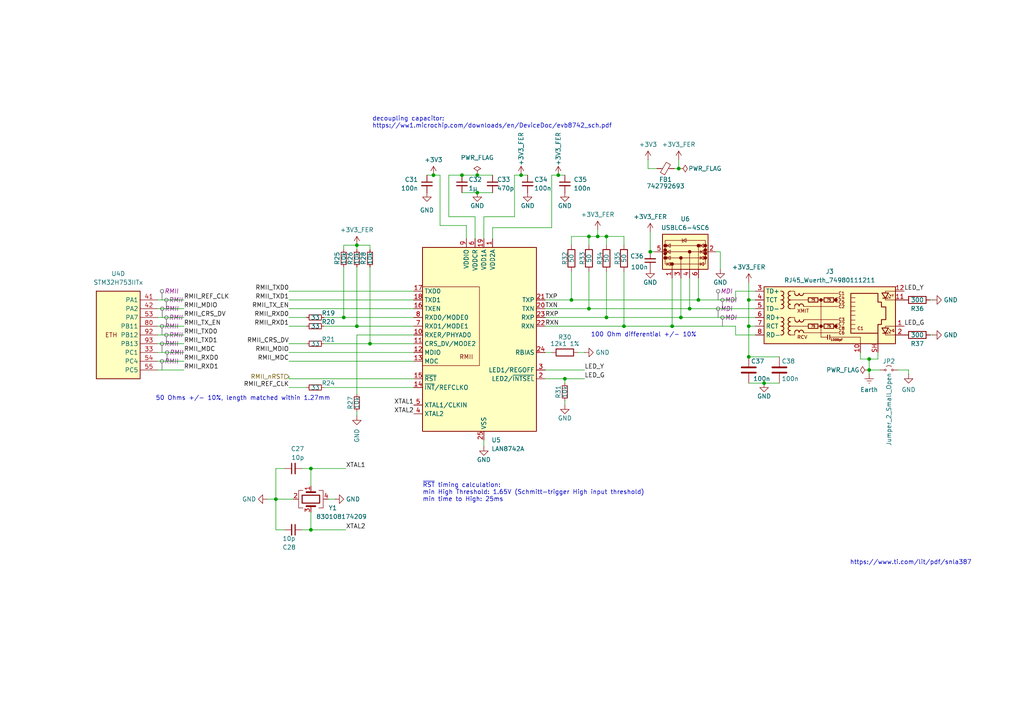
<source format=kicad_sch>
(kicad_sch
	(version 20250114)
	(generator "eeschema")
	(generator_version "9.0")
	(uuid "646f0ec7-69cc-4f42-8786-19ce68dbe63b")
	(paper "A4")
	
	(text "https://www.ti.com/lit/pdf/snla387"
		(exclude_from_sim no)
		(at 264.16 163.195 0)
		(effects
			(font
				(size 1.27 1.27)
			)
		)
		(uuid "07355253-d57a-4889-91b8-64d92046556e")
	)
	(text "~{RST} timing calculation:\nmin High Threshold: 1.65V (Schmitt-trigger High input threshold)\nmin time to High: 25ms"
		(exclude_from_sim no)
		(at 122.555 142.875 0)
		(effects
			(font
				(size 1.27 1.27)
			)
			(justify left)
		)
		(uuid "647e5c24-9002-4bcb-9253-b89a1429e58f")
	)
	(text "50 Ohms +/- 10%, length matched within 1.27mm"
		(exclude_from_sim no)
		(at 70.485 115.57 0)
		(effects
			(font
				(size 1.27 1.27)
			)
		)
		(uuid "87c95337-b4e4-4486-8203-c41b42b73555")
	)
	(text "decoupling capacitor:\nhttps://ww1.microchip.com/downloads/en/DeviceDoc/evb8742_sch.pdf"
		(exclude_from_sim no)
		(at 107.95 35.56 0)
		(effects
			(font
				(size 1.27 1.27)
			)
			(justify left)
		)
		(uuid "8daae0bb-64e3-4fc9-80ff-1c40c2265636")
	)
	(text "100 Ohm differential +/- 10%"
		(exclude_from_sim no)
		(at 186.69 97.155 0)
		(effects
			(font
				(size 1.27 1.27)
			)
		)
		(uuid "91dfeb50-624f-42c9-afcf-757a0abe0581")
	)
	(junction
		(at 196.85 48.895)
		(diameter 0)
		(color 0 0 0 0)
		(uuid "049ee6f0-edd9-4de9-9d41-d67b7d7371c4")
	)
	(junction
		(at 252.095 107.315)
		(diameter 0)
		(color 0 0 0 0)
		(uuid "0a4dc002-a1a1-4420-82d9-0f8650ef61be")
	)
	(junction
		(at 163.83 109.855)
		(diameter 0)
		(color 0 0 0 0)
		(uuid "1b0dfb70-1ae2-419b-8562-dfad3b9b2ec1")
	)
	(junction
		(at 103.505 94.615)
		(diameter 0)
		(color 0 0 0 0)
		(uuid "2035bcc3-7426-4bcb-8edc-fae5b3357d94")
	)
	(junction
		(at 151.13 50.8)
		(diameter 0)
		(color 0 0 0 0)
		(uuid "2647d42f-9872-4cd1-b370-3dd4abad0ecf")
	)
	(junction
		(at 202.565 86.995)
		(diameter 0)
		(color 0 0 0 0)
		(uuid "31b34c5c-feb7-4343-a199-c34c4443428d")
	)
	(junction
		(at 180.975 94.615)
		(diameter 0)
		(color 0 0 0 0)
		(uuid "365a1506-233c-4ff0-95cc-7f7a59db9742")
	)
	(junction
		(at 194.945 94.615)
		(diameter 0)
		(color 0 0 0 0)
		(uuid "4369633a-7c55-4b23-8849-c208281a6526")
	)
	(junction
		(at 165.735 86.995)
		(diameter 0)
		(color 0 0 0 0)
		(uuid "463d78f6-9a6e-4f37-93c6-b49793c12db1")
	)
	(junction
		(at 161.925 50.8)
		(diameter 0)
		(color 0 0 0 0)
		(uuid "4d300525-7eec-4176-997d-066554a55c5b")
	)
	(junction
		(at 221.615 111.125)
		(diameter 0)
		(color 0 0 0 0)
		(uuid "5f43df96-af99-4f70-af0c-81c21162083a")
	)
	(junction
		(at 217.17 86.995)
		(diameter 0)
		(color 0 0 0 0)
		(uuid "608c3ba2-14a8-4f9c-8522-bde368058f20")
	)
	(junction
		(at 80.01 144.78)
		(diameter 0)
		(color 0 0 0 0)
		(uuid "787f373f-9e88-4948-aee8-3d2848b59e9a")
	)
	(junction
		(at 175.895 92.075)
		(diameter 0)
		(color 0 0 0 0)
		(uuid "7fe16ac2-7ca3-4751-a581-5dcb8a6c92fd")
	)
	(junction
		(at 200.025 89.535)
		(diameter 0)
		(color 0 0 0 0)
		(uuid "9475dafa-ebc7-4881-a820-06306bb84810")
	)
	(junction
		(at 125.73 50.8)
		(diameter 0)
		(color 0 0 0 0)
		(uuid "96e1967a-2115-41a7-88e9-acfb9aa5adde")
	)
	(junction
		(at 217.17 103.505)
		(diameter 0)
		(color 0 0 0 0)
		(uuid "9beb3c46-0a2f-4454-ac89-62302ac3b4b6")
	)
	(junction
		(at 99.695 92.075)
		(diameter 0)
		(color 0 0 0 0)
		(uuid "a19ea777-a0c8-4300-8c9c-2eff811d80a8")
	)
	(junction
		(at 173.355 68.58)
		(diameter 0)
		(color 0 0 0 0)
		(uuid "aae18f9d-4e04-46ce-b266-d0e944fa6fe0")
	)
	(junction
		(at 103.505 71.12)
		(diameter 0)
		(color 0 0 0 0)
		(uuid "abafef1c-2e60-46e4-a8ae-5d7767c8353f")
	)
	(junction
		(at 90.17 135.89)
		(diameter 0)
		(color 0 0 0 0)
		(uuid "aebe97b2-90e8-4de5-ae36-1e13702e691f")
	)
	(junction
		(at 217.17 94.615)
		(diameter 0)
		(color 0 0 0 0)
		(uuid "b9cce664-a30d-45fa-9a00-8b22b82def88")
	)
	(junction
		(at 170.815 89.535)
		(diameter 0)
		(color 0 0 0 0)
		(uuid "c3700580-2003-4b1e-b1bb-6f518b3b860f")
	)
	(junction
		(at 107.315 99.695)
		(diameter 0)
		(color 0 0 0 0)
		(uuid "d39b6d90-3daf-408a-85ef-31f5d5d58189")
	)
	(junction
		(at 170.815 68.58)
		(diameter 0)
		(color 0 0 0 0)
		(uuid "dbd60596-381e-4027-a0e0-5a70fa2bfffb")
	)
	(junction
		(at 197.485 92.075)
		(diameter 0)
		(color 0 0 0 0)
		(uuid "e4de4d00-0894-47cf-b7f6-1c71ac9dd439")
	)
	(junction
		(at 175.895 68.58)
		(diameter 0)
		(color 0 0 0 0)
		(uuid "e67fad01-e732-47db-8c6b-05e5527967e6")
	)
	(junction
		(at 138.43 50.8)
		(diameter 0)
		(color 0 0 0 0)
		(uuid "eb5b30ac-37b3-4752-9ec5-cabbd714e075")
	)
	(junction
		(at 188.595 73.025)
		(diameter 0)
		(color 0 0 0 0)
		(uuid "f00bcc62-17d4-4f90-8f03-15fd4a6927a5")
	)
	(junction
		(at 90.17 153.67)
		(diameter 0)
		(color 0 0 0 0)
		(uuid "f671a679-fe35-4bcb-8fc5-8cfb555ede48")
	)
	(junction
		(at 138.43 55.88)
		(diameter 0)
		(color 0 0 0 0)
		(uuid "f7882165-b142-422f-b8b9-e7dd0618ad3f")
	)
	(junction
		(at 133.985 50.8)
		(diameter 0)
		(color 0 0 0 0)
		(uuid "f8fde5d8-42bd-473d-8f11-6dac1d9074ab")
	)
	(junction
		(at 252.095 104.14)
		(diameter 0)
		(color 0 0 0 0)
		(uuid "fe636ced-f702-4712-8005-0b89218216b5")
	)
	(wire
		(pts
			(xy 217.17 111.125) (xy 221.615 111.125)
		)
		(stroke
			(width 0)
			(type default)
		)
		(uuid "00144ff2-1693-4af6-869b-7e0a6c94bd1c")
	)
	(wire
		(pts
			(xy 160.02 50.8) (xy 160.02 66.04)
		)
		(stroke
			(width 0)
			(type default)
		)
		(uuid "01affafa-6033-4662-b39b-b9bf66857308")
	)
	(wire
		(pts
			(xy 80.01 144.78) (xy 77.47 144.78)
		)
		(stroke
			(width 0)
			(type default)
		)
		(uuid "01ba70ec-75c3-48c2-bdc1-3082c9c1ff85")
	)
	(wire
		(pts
			(xy 263.525 108.585) (xy 263.525 107.315)
		)
		(stroke
			(width 0)
			(type default)
		)
		(uuid "06da63f1-7d48-4675-bf23-6154b3e6b7ac")
	)
	(wire
		(pts
			(xy 170.815 68.58) (xy 173.355 68.58)
		)
		(stroke
			(width 0)
			(type default)
		)
		(uuid "08911034-c627-4506-90df-866254fed377")
	)
	(wire
		(pts
			(xy 188.595 73.025) (xy 189.865 73.025)
		)
		(stroke
			(width 0)
			(type default)
		)
		(uuid "0af78097-134e-4eab-8e4d-2b17537b0a86")
	)
	(wire
		(pts
			(xy 103.505 71.12) (xy 103.505 72.39)
		)
		(stroke
			(width 0)
			(type default)
		)
		(uuid "0d4f2b73-4153-4178-a506-1e102a676c5a")
	)
	(wire
		(pts
			(xy 173.355 68.58) (xy 175.895 68.58)
		)
		(stroke
			(width 0)
			(type default)
		)
		(uuid "0fccca0a-4dda-4e18-8f4f-5693216504e8")
	)
	(wire
		(pts
			(xy 170.815 78.74) (xy 170.815 89.535)
		)
		(stroke
			(width 0)
			(type default)
		)
		(uuid "15301487-0332-4c24-87d6-9ebe513c5aa8")
	)
	(wire
		(pts
			(xy 180.975 78.74) (xy 180.975 94.615)
		)
		(stroke
			(width 0)
			(type default)
		)
		(uuid "16d55de7-d73b-4de9-a28a-2ad1512f7552")
	)
	(wire
		(pts
			(xy 173.355 66.675) (xy 173.355 68.58)
		)
		(stroke
			(width 0)
			(type default)
		)
		(uuid "20e0de63-6e19-4287-9b59-e7006fd03ea4")
	)
	(wire
		(pts
			(xy 165.735 71.12) (xy 165.735 68.58)
		)
		(stroke
			(width 0)
			(type default)
		)
		(uuid "2125a24a-c2df-4b5f-9ce4-1ba7ca1ac7f3")
	)
	(wire
		(pts
			(xy 217.17 94.615) (xy 219.075 94.615)
		)
		(stroke
			(width 0)
			(type default)
		)
		(uuid "220e8c9f-eddd-4d41-b867-0777ab93f49f")
	)
	(wire
		(pts
			(xy 45.72 92.075) (xy 53.34 92.075)
		)
		(stroke
			(width 0)
			(type default)
		)
		(uuid "23d2efb4-7bcc-48a4-909b-bbd3d05a2745")
	)
	(wire
		(pts
			(xy 158.115 94.615) (xy 180.975 94.615)
		)
		(stroke
			(width 0)
			(type default)
		)
		(uuid "2654fbbe-d5a5-49a7-96c1-e5d3d9cbd202")
	)
	(wire
		(pts
			(xy 103.505 97.155) (xy 103.505 114.3)
		)
		(stroke
			(width 0)
			(type default)
		)
		(uuid "26b370ea-f94a-4cc7-8796-34563f511ab4")
	)
	(wire
		(pts
			(xy 83.82 92.075) (xy 88.9 92.075)
		)
		(stroke
			(width 0)
			(type default)
		)
		(uuid "28e1c6e0-596e-45fc-a2ae-dfd4218dcc2b")
	)
	(wire
		(pts
			(xy 125.73 50.8) (xy 127.635 50.8)
		)
		(stroke
			(width 0)
			(type default)
		)
		(uuid "290a9c70-f7fb-4e52-9ec5-3c44da9fa8bb")
	)
	(wire
		(pts
			(xy 127.635 65.405) (xy 135.255 65.405)
		)
		(stroke
			(width 0)
			(type default)
		)
		(uuid "29531760-dd99-46ec-b090-373b73def878")
	)
	(wire
		(pts
			(xy 93.98 92.075) (xy 99.695 92.075)
		)
		(stroke
			(width 0)
			(type default)
		)
		(uuid "2b2480a8-a9e9-4d94-a36d-49898046089b")
	)
	(wire
		(pts
			(xy 45.72 104.775) (xy 53.34 104.775)
		)
		(stroke
			(width 0)
			(type default)
		)
		(uuid "2d1889fb-b78d-46bc-9b9f-a77d13ac50da")
	)
	(wire
		(pts
			(xy 149.225 62.865) (xy 140.335 62.865)
		)
		(stroke
			(width 0)
			(type default)
		)
		(uuid "2da8ee30-603c-4699-bd2a-d6150ecec628")
	)
	(wire
		(pts
			(xy 45.72 102.235) (xy 53.34 102.235)
		)
		(stroke
			(width 0)
			(type default)
		)
		(uuid "2fcd5923-5415-4aa0-b1b2-2572d5169ef0")
	)
	(wire
		(pts
			(xy 213.36 97.155) (xy 213.36 94.615)
		)
		(stroke
			(width 0)
			(type default)
		)
		(uuid "303ec749-b4df-4895-af78-935caf4ffa85")
	)
	(wire
		(pts
			(xy 249.555 102.235) (xy 249.555 104.14)
		)
		(stroke
			(width 0)
			(type default)
		)
		(uuid "339e1b2d-bb9b-420b-8721-d254f6400d5d")
	)
	(wire
		(pts
			(xy 83.82 102.235) (xy 120.015 102.235)
		)
		(stroke
			(width 0)
			(type default)
		)
		(uuid "34208d06-6624-45f4-8759-b98580b4cab6")
	)
	(wire
		(pts
			(xy 83.82 94.615) (xy 88.9 94.615)
		)
		(stroke
			(width 0)
			(type default)
		)
		(uuid "3a18ed65-3736-42ee-a19e-d4fe4e0db912")
	)
	(wire
		(pts
			(xy 130.175 50.8) (xy 130.175 62.865)
		)
		(stroke
			(width 0)
			(type default)
		)
		(uuid "429cc455-908c-4731-9f3e-59cdf1306dda")
	)
	(wire
		(pts
			(xy 83.82 89.535) (xy 120.015 89.535)
		)
		(stroke
			(width 0)
			(type default)
		)
		(uuid "436c1e9b-5847-48e1-8461-50d0c76d4f4d")
	)
	(wire
		(pts
			(xy 163.83 109.855) (xy 158.115 109.855)
		)
		(stroke
			(width 0)
			(type default)
		)
		(uuid "43dae1d9-5de7-4a35-8a77-507e554c0068")
	)
	(wire
		(pts
			(xy 187.96 48.895) (xy 190.5 48.895)
		)
		(stroke
			(width 0)
			(type default)
		)
		(uuid "48a5b44a-d3cd-4119-adc8-7a67986557fb")
	)
	(wire
		(pts
			(xy 165.735 86.995) (xy 202.565 86.995)
		)
		(stroke
			(width 0)
			(type default)
		)
		(uuid "49a09884-c4f9-4fb9-af64-7c5e38ae0089")
	)
	(wire
		(pts
			(xy 175.895 92.075) (xy 197.485 92.075)
		)
		(stroke
			(width 0)
			(type default)
		)
		(uuid "4b7f8fc0-827f-4f00-b156-8f616aaebcf6")
	)
	(wire
		(pts
			(xy 194.945 94.615) (xy 213.36 94.615)
		)
		(stroke
			(width 0)
			(type default)
		)
		(uuid "4b84dd7b-806f-4ed2-9d62-df9122e4e6e6")
	)
	(wire
		(pts
			(xy 107.315 77.47) (xy 107.315 99.695)
		)
		(stroke
			(width 0)
			(type default)
		)
		(uuid "4bc5c759-75f0-40ef-a141-a41cb1f491fc")
	)
	(wire
		(pts
			(xy 175.895 78.74) (xy 175.895 92.075)
		)
		(stroke
			(width 0)
			(type default)
		)
		(uuid "4d5374fe-a43a-4c9b-b414-195fc28fb9b7")
	)
	(wire
		(pts
			(xy 82.55 153.67) (xy 80.01 153.67)
		)
		(stroke
			(width 0)
			(type default)
		)
		(uuid "4e385c0d-88cc-48c9-a4b5-aefeda986768")
	)
	(wire
		(pts
			(xy 133.985 55.88) (xy 138.43 55.88)
		)
		(stroke
			(width 0)
			(type default)
		)
		(uuid "522a4a19-7f4a-411b-b5a1-ed8003c0efd3")
	)
	(wire
		(pts
			(xy 83.82 86.995) (xy 120.015 86.995)
		)
		(stroke
			(width 0)
			(type default)
		)
		(uuid "52bf19ae-217a-4d6e-9ab1-0d2ab2ccf89a")
	)
	(wire
		(pts
			(xy 270.51 86.995) (xy 269.875 86.995)
		)
		(stroke
			(width 0)
			(type default)
		)
		(uuid "55698565-bacc-4261-aa34-18d5c76ebd76")
	)
	(wire
		(pts
			(xy 83.82 84.455) (xy 120.015 84.455)
		)
		(stroke
			(width 0)
			(type default)
		)
		(uuid "5937e630-c0ef-452a-b08d-abca98131ba2")
	)
	(wire
		(pts
			(xy 45.72 89.535) (xy 53.34 89.535)
		)
		(stroke
			(width 0)
			(type default)
		)
		(uuid "5e24a51b-7d35-445e-a28a-0a7f428dde79")
	)
	(wire
		(pts
			(xy 95.25 144.78) (xy 97.155 144.78)
		)
		(stroke
			(width 0)
			(type default)
		)
		(uuid "61508d60-da4b-43b3-894f-9d6e19fa150a")
	)
	(wire
		(pts
			(xy 103.505 97.155) (xy 120.015 97.155)
		)
		(stroke
			(width 0)
			(type default)
		)
		(uuid "61b320ff-404a-46cc-a700-a316d6f91a6b")
	)
	(wire
		(pts
			(xy 187.96 46.355) (xy 187.96 48.895)
		)
		(stroke
			(width 0)
			(type default)
		)
		(uuid "61d58686-f4f3-4cd0-9e72-c6599e6e60e5")
	)
	(wire
		(pts
			(xy 202.565 80.645) (xy 202.565 86.995)
		)
		(stroke
			(width 0)
			(type default)
		)
		(uuid "62d3a61c-f94d-4ec5-ae3c-b6b037886d47")
	)
	(wire
		(pts
			(xy 163.83 109.855) (xy 163.83 111.125)
		)
		(stroke
			(width 0)
			(type default)
		)
		(uuid "674f085f-fb53-4729-8e44-4201119212aa")
	)
	(wire
		(pts
			(xy 130.175 50.8) (xy 133.985 50.8)
		)
		(stroke
			(width 0)
			(type default)
		)
		(uuid "68f2f386-eb02-421e-a7d1-2f8fbe6da36d")
	)
	(wire
		(pts
			(xy 213.36 84.455) (xy 219.075 84.455)
		)
		(stroke
			(width 0)
			(type default)
		)
		(uuid "6afcbffe-476b-4748-95fe-8ea452c242cd")
	)
	(wire
		(pts
			(xy 45.72 99.695) (xy 53.34 99.695)
		)
		(stroke
			(width 0)
			(type default)
		)
		(uuid "6b66700f-6440-4a98-9ea2-912876cb0c86")
	)
	(wire
		(pts
			(xy 252.095 107.315) (xy 255.27 107.315)
		)
		(stroke
			(width 0)
			(type default)
		)
		(uuid "6c6c5d66-4a78-43a2-ad9f-8471ed731a0b")
	)
	(wire
		(pts
			(xy 180.975 68.58) (xy 180.975 71.12)
		)
		(stroke
			(width 0)
			(type default)
		)
		(uuid "6c972cd1-4da0-4615-aed0-1b0e67e4768a")
	)
	(wire
		(pts
			(xy 219.075 86.995) (xy 217.17 86.995)
		)
		(stroke
			(width 0)
			(type default)
		)
		(uuid "6e785828-3fe3-4bff-b9a6-2ec11b609e3c")
	)
	(wire
		(pts
			(xy 217.17 103.505) (xy 226.06 103.505)
		)
		(stroke
			(width 0)
			(type default)
		)
		(uuid "78aba207-eb8b-48e5-be39-c7b69e8a494c")
	)
	(wire
		(pts
			(xy 270.51 97.155) (xy 269.875 97.155)
		)
		(stroke
			(width 0)
			(type default)
		)
		(uuid "7bcc2f40-53e0-4560-bac4-206255dca4e5")
	)
	(wire
		(pts
			(xy 99.695 92.075) (xy 120.015 92.075)
		)
		(stroke
			(width 0)
			(type default)
		)
		(uuid "7c2481da-70c0-4909-862e-16149359c609")
	)
	(wire
		(pts
			(xy 133.985 50.8) (xy 138.43 50.8)
		)
		(stroke
			(width 0)
			(type default)
		)
		(uuid "7c97ce75-94c9-4b10-8262-850d8bbb3df6")
	)
	(wire
		(pts
			(xy 90.17 135.89) (xy 90.17 140.97)
		)
		(stroke
			(width 0)
			(type default)
		)
		(uuid "7ea64745-433b-4445-8340-fe5232f8e914")
	)
	(wire
		(pts
			(xy 93.98 112.395) (xy 120.015 112.395)
		)
		(stroke
			(width 0)
			(type default)
		)
		(uuid "7fbc9325-e968-4f74-9b93-5bd8d08d7e5f")
	)
	(wire
		(pts
			(xy 103.505 71.12) (xy 107.315 71.12)
		)
		(stroke
			(width 0)
			(type default)
		)
		(uuid "800530cc-c4d2-4a7e-91f0-76d71f148cbd")
	)
	(wire
		(pts
			(xy 169.545 107.315) (xy 158.115 107.315)
		)
		(stroke
			(width 0)
			(type default)
		)
		(uuid "812ff3f7-f076-40b5-8856-3a597416b7eb")
	)
	(wire
		(pts
			(xy 208.915 78.105) (xy 208.915 73.025)
		)
		(stroke
			(width 0)
			(type default)
		)
		(uuid "83ea4a83-a30c-48bd-9175-53b0aa084a6a")
	)
	(wire
		(pts
			(xy 99.695 77.47) (xy 99.695 92.075)
		)
		(stroke
			(width 0)
			(type default)
		)
		(uuid "871fb53c-fd13-4b02-abc0-fe5e27b7b0a5")
	)
	(wire
		(pts
			(xy 158.115 89.535) (xy 170.815 89.535)
		)
		(stroke
			(width 0)
			(type default)
		)
		(uuid "8a403cb8-dfd3-4ae5-be0f-3761e62ab178")
	)
	(wire
		(pts
			(xy 83.82 99.695) (xy 88.9 99.695)
		)
		(stroke
			(width 0)
			(type default)
		)
		(uuid "8a5a1edd-b612-4278-ace6-d9a58e952d76")
	)
	(wire
		(pts
			(xy 103.505 94.615) (xy 120.015 94.615)
		)
		(stroke
			(width 0)
			(type default)
		)
		(uuid "8bc3e9a0-e3c7-4ab7-81fe-5f240abc8e28")
	)
	(wire
		(pts
			(xy 208.915 73.025) (xy 207.645 73.025)
		)
		(stroke
			(width 0)
			(type default)
		)
		(uuid "8c28dfd6-f055-4f0f-bfd7-60187e203c7b")
	)
	(wire
		(pts
			(xy 169.545 109.855) (xy 163.83 109.855)
		)
		(stroke
			(width 0)
			(type default)
		)
		(uuid "8ded6cc0-737a-4c89-89a1-f1139eb4cc8e")
	)
	(wire
		(pts
			(xy 83.82 104.775) (xy 120.015 104.775)
		)
		(stroke
			(width 0)
			(type default)
		)
		(uuid "8e0b8178-31de-48d9-b9c1-9458379f8036")
	)
	(wire
		(pts
			(xy 197.485 80.645) (xy 197.485 92.075)
		)
		(stroke
			(width 0)
			(type default)
		)
		(uuid "8e687512-2e02-42e9-aa27-bf833b5e8bdc")
	)
	(wire
		(pts
			(xy 165.735 78.74) (xy 165.735 86.995)
		)
		(stroke
			(width 0)
			(type default)
		)
		(uuid "91da2b26-22a0-4542-b2ee-931d057c3727")
	)
	(wire
		(pts
			(xy 90.17 153.67) (xy 87.63 153.67)
		)
		(stroke
			(width 0)
			(type default)
		)
		(uuid "92bf7c38-400d-49d1-ad9d-4d9a6ce02c7c")
	)
	(wire
		(pts
			(xy 217.17 81.915) (xy 217.17 86.995)
		)
		(stroke
			(width 0)
			(type default)
		)
		(uuid "94478a99-c3c4-4e4c-a495-d24168655c5f")
	)
	(wire
		(pts
			(xy 127.635 50.8) (xy 127.635 65.405)
		)
		(stroke
			(width 0)
			(type default)
		)
		(uuid "94a1c5ba-7c20-4a13-9b87-f0fa0e9f28df")
	)
	(wire
		(pts
			(xy 254.635 102.235) (xy 254.635 104.14)
		)
		(stroke
			(width 0)
			(type default)
		)
		(uuid "952da97a-927e-4ca1-baaf-7ff4a88abfb2")
	)
	(wire
		(pts
			(xy 200.025 80.645) (xy 200.025 89.535)
		)
		(stroke
			(width 0)
			(type default)
		)
		(uuid "9548ff77-0a4c-4549-9c8e-d0fd9f1e6a40")
	)
	(wire
		(pts
			(xy 252.095 104.14) (xy 254.635 104.14)
		)
		(stroke
			(width 0)
			(type default)
		)
		(uuid "97f110a7-551f-4025-aabc-dea7c2b7dcd7")
	)
	(wire
		(pts
			(xy 249.555 104.14) (xy 252.095 104.14)
		)
		(stroke
			(width 0)
			(type default)
		)
		(uuid "984cd56c-c49f-48f8-aa4b-f552714fdc23")
	)
	(wire
		(pts
			(xy 45.72 107.315) (xy 53.34 107.315)
		)
		(stroke
			(width 0)
			(type default)
		)
		(uuid "9885e643-76f4-43fa-bcbf-55ff7c90248a")
	)
	(wire
		(pts
			(xy 80.01 135.89) (xy 82.55 135.89)
		)
		(stroke
			(width 0)
			(type default)
		)
		(uuid "9b556e72-6b69-440e-8dd6-395eced69758")
	)
	(wire
		(pts
			(xy 260.35 107.315) (xy 263.525 107.315)
		)
		(stroke
			(width 0)
			(type default)
		)
		(uuid "9cf1c10b-b647-46e8-a76f-84bc75175116")
	)
	(wire
		(pts
			(xy 200.025 89.535) (xy 219.075 89.535)
		)
		(stroke
			(width 0)
			(type default)
		)
		(uuid "9d3da8a4-f830-4814-ae63-5a93f6e6f974")
	)
	(wire
		(pts
			(xy 83.82 112.395) (xy 88.9 112.395)
		)
		(stroke
			(width 0)
			(type default)
		)
		(uuid "9d47613c-b2e9-47d4-b847-783c0eecfe36")
	)
	(wire
		(pts
			(xy 80.01 144.78) (xy 85.09 144.78)
		)
		(stroke
			(width 0)
			(type default)
		)
		(uuid "9e328c0b-b8d0-44c3-9502-a376eb60c70f")
	)
	(wire
		(pts
			(xy 195.58 48.895) (xy 196.85 48.895)
		)
		(stroke
			(width 0)
			(type default)
		)
		(uuid "9f77652f-e7f9-4d2e-9fd8-b7fed4b023d7")
	)
	(wire
		(pts
			(xy 45.72 97.155) (xy 53.34 97.155)
		)
		(stroke
			(width 0)
			(type default)
		)
		(uuid "a15bffc4-03ec-4494-b211-30b28e55de7c")
	)
	(wire
		(pts
			(xy 161.925 50.8) (xy 163.83 50.8)
		)
		(stroke
			(width 0)
			(type default)
		)
		(uuid "a1b019fd-8deb-484b-9046-8f51a332eb08")
	)
	(wire
		(pts
			(xy 100.33 135.89) (xy 90.17 135.89)
		)
		(stroke
			(width 0)
			(type default)
		)
		(uuid "a3ac8f3e-6ccb-4afa-b5be-fc8a54d1b5c3")
	)
	(wire
		(pts
			(xy 160.02 50.8) (xy 161.925 50.8)
		)
		(stroke
			(width 0)
			(type default)
		)
		(uuid "a6e42b82-5250-4794-aa1b-6a9d3cc2a740")
	)
	(wire
		(pts
			(xy 83.82 109.855) (xy 120.015 109.855)
		)
		(stroke
			(width 0)
			(type default)
		)
		(uuid "a7600a51-bba3-4568-95e4-a911a671451b")
	)
	(wire
		(pts
			(xy 153.035 50.8) (xy 151.13 50.8)
		)
		(stroke
			(width 0)
			(type default)
		)
		(uuid "a78d45b3-6f4b-40c8-b675-b373cdf2db95")
	)
	(wire
		(pts
			(xy 80.01 144.78) (xy 80.01 135.89)
		)
		(stroke
			(width 0)
			(type default)
		)
		(uuid "a80f71b5-806b-448e-8d71-c0fa43b87a80")
	)
	(wire
		(pts
			(xy 160.02 66.04) (xy 142.875 66.04)
		)
		(stroke
			(width 0)
			(type default)
		)
		(uuid "aca29c85-595d-4868-bff2-7837dc83bbb1")
	)
	(wire
		(pts
			(xy 175.895 68.58) (xy 175.895 71.12)
		)
		(stroke
			(width 0)
			(type default)
		)
		(uuid "acfd7b76-16dc-49f2-a48a-5c7cd1ce04e7")
	)
	(wire
		(pts
			(xy 45.72 86.995) (xy 53.34 86.995)
		)
		(stroke
			(width 0)
			(type default)
		)
		(uuid "ad8abd60-dcfd-4719-84a8-2aa3bb4d78e2")
	)
	(wire
		(pts
			(xy 100.33 153.67) (xy 90.17 153.67)
		)
		(stroke
			(width 0)
			(type default)
		)
		(uuid "adc8bd2c-37d6-4047-8788-f3094fbc5d11")
	)
	(wire
		(pts
			(xy 103.505 77.47) (xy 103.505 94.615)
		)
		(stroke
			(width 0)
			(type default)
		)
		(uuid "b147d74c-0249-49e5-ba86-6d63126ec931")
	)
	(wire
		(pts
			(xy 140.335 127.635) (xy 140.335 129.54)
		)
		(stroke
			(width 0)
			(type default)
		)
		(uuid "b15c7db4-bbd8-467f-ada9-e6ccec227f53")
	)
	(wire
		(pts
			(xy 217.17 94.615) (xy 217.17 103.505)
		)
		(stroke
			(width 0)
			(type default)
		)
		(uuid "b3b6295f-3bd7-4cb7-8d2f-5eb061c3ec6f")
	)
	(wire
		(pts
			(xy 196.85 46.355) (xy 196.85 48.895)
		)
		(stroke
			(width 0)
			(type default)
		)
		(uuid "b3eb0eee-b544-43cc-ac14-ef786a2e8e70")
	)
	(wire
		(pts
			(xy 123.825 50.8) (xy 125.73 50.8)
		)
		(stroke
			(width 0)
			(type default)
		)
		(uuid "b52cdca1-6194-43f7-a3da-9f51f82530cf")
	)
	(wire
		(pts
			(xy 45.72 94.615) (xy 53.34 94.615)
		)
		(stroke
			(width 0)
			(type default)
		)
		(uuid "b659373f-abac-4095-91b7-3cd134be45d6")
	)
	(wire
		(pts
			(xy 135.255 65.405) (xy 135.255 69.215)
		)
		(stroke
			(width 0)
			(type default)
		)
		(uuid "b9e03fb6-2f0c-4279-b9d4-c71f9ecc5acc")
	)
	(wire
		(pts
			(xy 197.485 92.075) (xy 219.075 92.075)
		)
		(stroke
			(width 0)
			(type default)
		)
		(uuid "bba6544d-7714-4872-8583-92941f4db7f0")
	)
	(wire
		(pts
			(xy 221.615 111.125) (xy 226.06 111.125)
		)
		(stroke
			(width 0)
			(type default)
		)
		(uuid "bbbb2aa4-d452-4a66-bb98-5d058a59c6cb")
	)
	(wire
		(pts
			(xy 170.815 89.535) (xy 200.025 89.535)
		)
		(stroke
			(width 0)
			(type default)
		)
		(uuid "bd0553eb-77a6-4647-a4c3-297b942873da")
	)
	(wire
		(pts
			(xy 99.695 71.12) (xy 103.505 71.12)
		)
		(stroke
			(width 0)
			(type default)
		)
		(uuid "be79e75b-7ed4-4d49-a22c-57af6699a84b")
	)
	(wire
		(pts
			(xy 158.115 92.075) (xy 175.895 92.075)
		)
		(stroke
			(width 0)
			(type default)
		)
		(uuid "bea9ac0c-383b-43e8-bd7a-ed1b0184cb56")
	)
	(wire
		(pts
			(xy 163.83 116.205) (xy 163.83 117.475)
		)
		(stroke
			(width 0)
			(type default)
		)
		(uuid "bf9515c4-18eb-4e02-b1ea-e1efa3d812c6")
	)
	(wire
		(pts
			(xy 252.095 104.14) (xy 252.095 107.315)
		)
		(stroke
			(width 0)
			(type default)
		)
		(uuid "c00f1a19-9a24-4f94-a353-f0a3934af9f0")
	)
	(wire
		(pts
			(xy 194.945 80.645) (xy 194.945 94.615)
		)
		(stroke
			(width 0)
			(type default)
		)
		(uuid "c296004b-d4fc-4e63-abd8-d81f9db587bc")
	)
	(wire
		(pts
			(xy 160.02 102.235) (xy 158.115 102.235)
		)
		(stroke
			(width 0)
			(type default)
		)
		(uuid "c2a5f62a-48ec-4025-9c16-f41f634127df")
	)
	(wire
		(pts
			(xy 93.98 94.615) (xy 103.505 94.615)
		)
		(stroke
			(width 0)
			(type default)
		)
		(uuid "c4f9098d-65a2-45fb-a988-1643465e1e0a")
	)
	(wire
		(pts
			(xy 107.315 99.695) (xy 120.015 99.695)
		)
		(stroke
			(width 0)
			(type default)
		)
		(uuid "c50b4b23-93b6-4403-895a-1d659fd37072")
	)
	(wire
		(pts
			(xy 151.13 50.8) (xy 149.225 50.8)
		)
		(stroke
			(width 0)
			(type default)
		)
		(uuid "c53fef38-6ac5-421b-a1b6-5eebd9c4aea7")
	)
	(wire
		(pts
			(xy 99.695 72.39) (xy 99.695 71.12)
		)
		(stroke
			(width 0)
			(type default)
		)
		(uuid "c9abb0ee-9525-464f-8566-fa1f334bf4be")
	)
	(wire
		(pts
			(xy 165.735 86.995) (xy 158.115 86.995)
		)
		(stroke
			(width 0)
			(type default)
		)
		(uuid "cc6e4fa6-f53d-490b-8743-526a9100e71d")
	)
	(wire
		(pts
			(xy 188.595 67.31) (xy 188.595 73.025)
		)
		(stroke
			(width 0)
			(type default)
		)
		(uuid "cd10e510-1d6c-49af-97e6-ac8446a06643")
	)
	(wire
		(pts
			(xy 213.36 97.155) (xy 219.075 97.155)
		)
		(stroke
			(width 0)
			(type default)
		)
		(uuid "cdf3343a-e54a-48d4-a6b3-953fb3fa9220")
	)
	(wire
		(pts
			(xy 252.095 107.315) (xy 252.095 108.585)
		)
		(stroke
			(width 0)
			(type default)
		)
		(uuid "d0c6e02d-e1dd-4228-9250-0c868f09525e")
	)
	(wire
		(pts
			(xy 165.735 68.58) (xy 170.815 68.58)
		)
		(stroke
			(width 0)
			(type default)
		)
		(uuid "d1826d52-0eba-4306-9409-8f71d86591ce")
	)
	(wire
		(pts
			(xy 103.505 119.38) (xy 103.505 120.65)
		)
		(stroke
			(width 0)
			(type default)
		)
		(uuid "d32a798a-2e1b-4535-8805-d7e5ea0eaae2")
	)
	(wire
		(pts
			(xy 137.795 62.865) (xy 137.795 69.215)
		)
		(stroke
			(width 0)
			(type default)
		)
		(uuid "d7719353-f0ae-4b86-8de9-287fbe617e2c")
	)
	(wire
		(pts
			(xy 80.01 153.67) (xy 80.01 144.78)
		)
		(stroke
			(width 0)
			(type default)
		)
		(uuid "d99d427d-7613-4dc3-975f-e7800535aed9")
	)
	(wire
		(pts
			(xy 130.175 62.865) (xy 137.795 62.865)
		)
		(stroke
			(width 0)
			(type default)
		)
		(uuid "db4fcfd2-aede-4844-ac04-0715279789dd")
	)
	(wire
		(pts
			(xy 217.17 86.995) (xy 217.17 94.615)
		)
		(stroke
			(width 0)
			(type default)
		)
		(uuid "dd18eb2c-730b-4e31-ae7a-f77b42140eed")
	)
	(wire
		(pts
			(xy 180.975 94.615) (xy 194.945 94.615)
		)
		(stroke
			(width 0)
			(type default)
		)
		(uuid "e155ea79-d884-4589-86ae-8bf43c64a009")
	)
	(wire
		(pts
			(xy 170.815 68.58) (xy 170.815 71.12)
		)
		(stroke
			(width 0)
			(type default)
		)
		(uuid "e50b5493-8d01-4a3e-887c-511eeba7286c")
	)
	(wire
		(pts
			(xy 107.315 71.12) (xy 107.315 72.39)
		)
		(stroke
			(width 0)
			(type default)
		)
		(uuid "e5eb505e-e779-4399-a8f9-e3921bbc7710")
	)
	(wire
		(pts
			(xy 149.225 50.8) (xy 149.225 62.865)
		)
		(stroke
			(width 0)
			(type default)
		)
		(uuid "e7abd211-a126-4e86-8ac4-cd6f7b1d8db2")
	)
	(wire
		(pts
			(xy 83.82 109.22) (xy 83.82 109.855)
		)
		(stroke
			(width 0)
			(type default)
		)
		(uuid "e82de660-4928-479d-a481-d1a1b6f4eb9b")
	)
	(wire
		(pts
			(xy 175.895 68.58) (xy 180.975 68.58)
		)
		(stroke
			(width 0)
			(type default)
		)
		(uuid "e9739e40-1808-4fcf-b512-cf42ab4a7959")
	)
	(wire
		(pts
			(xy 87.63 135.89) (xy 90.17 135.89)
		)
		(stroke
			(width 0)
			(type default)
		)
		(uuid "ec87a965-a33e-4bb4-8d61-2d5e11d06920")
	)
	(wire
		(pts
			(xy 169.545 102.235) (xy 167.64 102.235)
		)
		(stroke
			(width 0)
			(type default)
		)
		(uuid "ee017901-6604-4033-9edb-84ee8341180e")
	)
	(wire
		(pts
			(xy 142.875 66.04) (xy 142.875 69.215)
		)
		(stroke
			(width 0)
			(type default)
		)
		(uuid "ef6e78f6-c7ec-4702-9f2f-afc339511181")
	)
	(wire
		(pts
			(xy 213.36 84.455) (xy 213.36 86.995)
		)
		(stroke
			(width 0)
			(type default)
		)
		(uuid "f046ebd9-0e75-4b81-b0e1-a29ab86d327a")
	)
	(wire
		(pts
			(xy 90.17 148.59) (xy 90.17 153.67)
		)
		(stroke
			(width 0)
			(type default)
		)
		(uuid "f0ad7163-6cf0-4dc0-8878-cd318ce0e966")
	)
	(wire
		(pts
			(xy 138.43 50.8) (xy 142.875 50.8)
		)
		(stroke
			(width 0)
			(type default)
		)
		(uuid "f23d3adc-604b-4fd1-8d73-2802a9086ee8")
	)
	(wire
		(pts
			(xy 93.98 99.695) (xy 107.315 99.695)
		)
		(stroke
			(width 0)
			(type default)
		)
		(uuid "f356096d-2687-4997-8b33-afe93c339623")
	)
	(wire
		(pts
			(xy 138.43 55.88) (xy 142.875 55.88)
		)
		(stroke
			(width 0)
			(type default)
		)
		(uuid "fd0b2736-439e-4d04-8d91-08fda19dd721")
	)
	(wire
		(pts
			(xy 202.565 86.995) (xy 213.36 86.995)
		)
		(stroke
			(width 0)
			(type default)
		)
		(uuid "fd79d2dc-88de-46de-80ed-e7c3404d6f02")
	)
	(wire
		(pts
			(xy 140.335 62.865) (xy 140.335 69.215)
		)
		(stroke
			(width 0)
			(type default)
		)
		(uuid "fd9413b9-7e53-4c78-b960-1364993f86fe")
	)
	(label "RMII_REF_CLK"
		(at 83.82 112.395 180)
		(effects
			(font
				(size 1.27 1.27)
			)
			(justify right bottom)
		)
		(uuid "26607b01-67c9-4133-821a-3356345fb417")
	)
	(label "RMII_TX_EN"
		(at 83.82 89.535 180)
		(effects
			(font
				(size 1.27 1.27)
			)
			(justify right bottom)
		)
		(uuid "29c18692-8289-4c7f-8256-bce50a093eab")
	)
	(label "RXN"
		(at 158.115 94.615 0)
		(effects
			(font
				(size 1.27 1.27)
			)
			(justify left bottom)
		)
		(uuid "35720338-fa14-40b1-9fd7-6f00f8ea5477")
	)
	(label "LED_Y"
		(at 169.545 107.315 0)
		(effects
			(font
				(size 1.27 1.27)
			)
			(justify left bottom)
		)
		(uuid "3c4d43cd-5185-4af6-a0ca-371a8baf3403")
	)
	(label "XTAL2"
		(at 120.015 120.015 180)
		(effects
			(font
				(size 1.27 1.27)
			)
			(justify right bottom)
		)
		(uuid "46df73cb-ee33-42a6-903d-3ad9319d678f")
	)
	(label "XTAL2"
		(at 100.33 153.67 0)
		(effects
			(font
				(size 1.27 1.27)
			)
			(justify left bottom)
		)
		(uuid "4ed7961a-40fe-4d7e-912c-5d7f470b7fb3")
	)
	(label "RMII_TXD1"
		(at 83.82 86.995 180)
		(effects
			(font
				(size 1.27 1.27)
			)
			(justify right bottom)
		)
		(uuid "65f0420b-606f-4665-a9e0-567d3e25c063")
	)
	(label "RMII_MDIO"
		(at 53.34 89.535 0)
		(effects
			(font
				(size 1.27 1.27)
			)
			(justify left bottom)
		)
		(uuid "72a41389-6c10-4186-8162-cffd51c08360")
	)
	(label "RMII_CRS_DV"
		(at 53.34 92.075 0)
		(effects
			(font
				(size 1.27 1.27)
			)
			(justify left bottom)
		)
		(uuid "76221a8e-9b12-450b-bd51-4563455012ca")
	)
	(label "RMII_MDIO"
		(at 83.82 102.235 180)
		(effects
			(font
				(size 1.27 1.27)
			)
			(justify right bottom)
		)
		(
... [94657 chars truncated]
</source>
